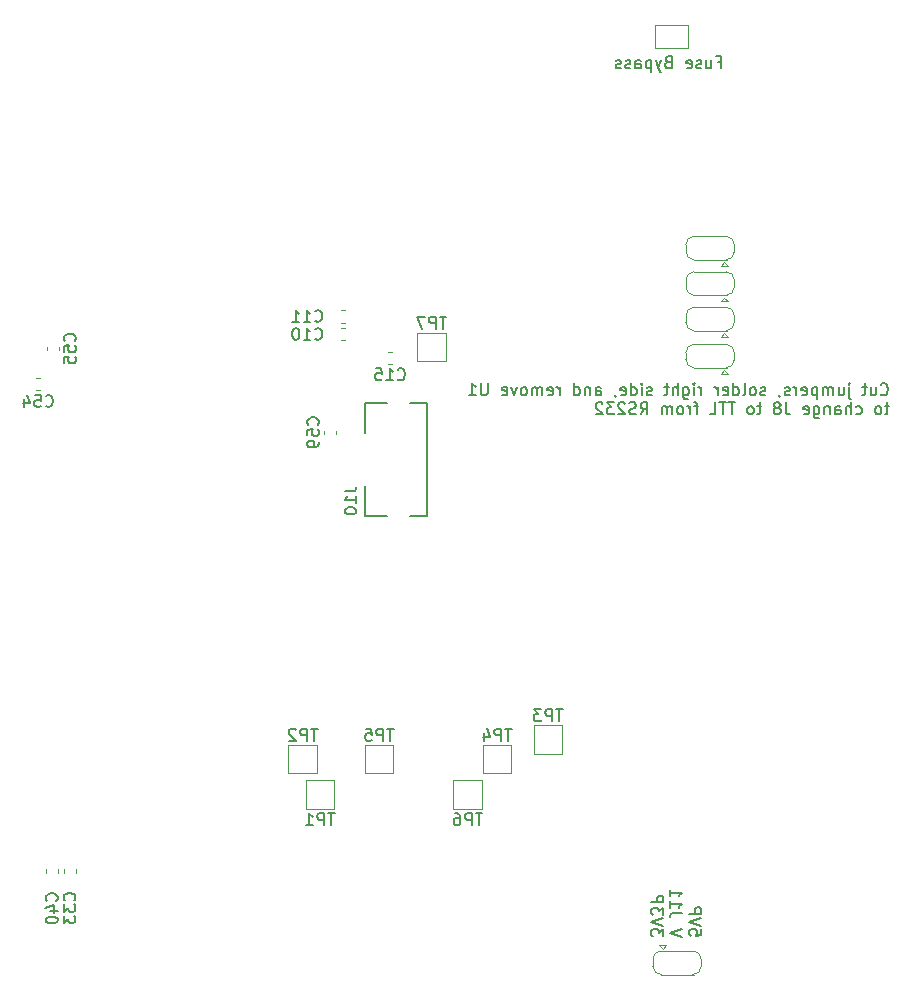
<source format=gbr>
%TF.GenerationSoftware,KiCad,Pcbnew,9.0.0-1.fc41*%
%TF.CreationDate,2025-03-05T15:22:43-08:00*%
%TF.ProjectId,hw_alpha,68775f61-6c70-4686-912e-6b696361645f,rev?*%
%TF.SameCoordinates,Original*%
%TF.FileFunction,Legend,Bot*%
%TF.FilePolarity,Positive*%
%FSLAX46Y46*%
G04 Gerber Fmt 4.6, Leading zero omitted, Abs format (unit mm)*
G04 Created by KiCad (PCBNEW 9.0.0-1.fc41) date 2025-03-05 15:22:43*
%MOMM*%
%LPD*%
G01*
G04 APERTURE LIST*
%ADD10C,0.150000*%
%ADD11C,0.120000*%
%ADD12C,0.152400*%
G04 APERTURE END LIST*
D10*
X117229887Y-41346009D02*
X117563220Y-41346009D01*
X117563220Y-41869819D02*
X117563220Y-40869819D01*
X117563220Y-40869819D02*
X117087030Y-40869819D01*
X116277506Y-41203152D02*
X116277506Y-41869819D01*
X116706077Y-41203152D02*
X116706077Y-41726961D01*
X116706077Y-41726961D02*
X116658458Y-41822200D01*
X116658458Y-41822200D02*
X116563220Y-41869819D01*
X116563220Y-41869819D02*
X116420363Y-41869819D01*
X116420363Y-41869819D02*
X116325125Y-41822200D01*
X116325125Y-41822200D02*
X116277506Y-41774580D01*
X115848934Y-41822200D02*
X115753696Y-41869819D01*
X115753696Y-41869819D02*
X115563220Y-41869819D01*
X115563220Y-41869819D02*
X115467982Y-41822200D01*
X115467982Y-41822200D02*
X115420363Y-41726961D01*
X115420363Y-41726961D02*
X115420363Y-41679342D01*
X115420363Y-41679342D02*
X115467982Y-41584104D01*
X115467982Y-41584104D02*
X115563220Y-41536485D01*
X115563220Y-41536485D02*
X115706077Y-41536485D01*
X115706077Y-41536485D02*
X115801315Y-41488866D01*
X115801315Y-41488866D02*
X115848934Y-41393628D01*
X115848934Y-41393628D02*
X115848934Y-41346009D01*
X115848934Y-41346009D02*
X115801315Y-41250771D01*
X115801315Y-41250771D02*
X115706077Y-41203152D01*
X115706077Y-41203152D02*
X115563220Y-41203152D01*
X115563220Y-41203152D02*
X115467982Y-41250771D01*
X114610839Y-41822200D02*
X114706077Y-41869819D01*
X114706077Y-41869819D02*
X114896553Y-41869819D01*
X114896553Y-41869819D02*
X114991791Y-41822200D01*
X114991791Y-41822200D02*
X115039410Y-41726961D01*
X115039410Y-41726961D02*
X115039410Y-41346009D01*
X115039410Y-41346009D02*
X114991791Y-41250771D01*
X114991791Y-41250771D02*
X114896553Y-41203152D01*
X114896553Y-41203152D02*
X114706077Y-41203152D01*
X114706077Y-41203152D02*
X114610839Y-41250771D01*
X114610839Y-41250771D02*
X114563220Y-41346009D01*
X114563220Y-41346009D02*
X114563220Y-41441247D01*
X114563220Y-41441247D02*
X115039410Y-41536485D01*
X113039410Y-41346009D02*
X112896553Y-41393628D01*
X112896553Y-41393628D02*
X112848934Y-41441247D01*
X112848934Y-41441247D02*
X112801315Y-41536485D01*
X112801315Y-41536485D02*
X112801315Y-41679342D01*
X112801315Y-41679342D02*
X112848934Y-41774580D01*
X112848934Y-41774580D02*
X112896553Y-41822200D01*
X112896553Y-41822200D02*
X112991791Y-41869819D01*
X112991791Y-41869819D02*
X113372743Y-41869819D01*
X113372743Y-41869819D02*
X113372743Y-40869819D01*
X113372743Y-40869819D02*
X113039410Y-40869819D01*
X113039410Y-40869819D02*
X112944172Y-40917438D01*
X112944172Y-40917438D02*
X112896553Y-40965057D01*
X112896553Y-40965057D02*
X112848934Y-41060295D01*
X112848934Y-41060295D02*
X112848934Y-41155533D01*
X112848934Y-41155533D02*
X112896553Y-41250771D01*
X112896553Y-41250771D02*
X112944172Y-41298390D01*
X112944172Y-41298390D02*
X113039410Y-41346009D01*
X113039410Y-41346009D02*
X113372743Y-41346009D01*
X112467981Y-41203152D02*
X112229886Y-41869819D01*
X111991791Y-41203152D02*
X112229886Y-41869819D01*
X112229886Y-41869819D02*
X112325124Y-42107914D01*
X112325124Y-42107914D02*
X112372743Y-42155533D01*
X112372743Y-42155533D02*
X112467981Y-42203152D01*
X111610838Y-41203152D02*
X111610838Y-42203152D01*
X111610838Y-41250771D02*
X111515600Y-41203152D01*
X111515600Y-41203152D02*
X111325124Y-41203152D01*
X111325124Y-41203152D02*
X111229886Y-41250771D01*
X111229886Y-41250771D02*
X111182267Y-41298390D01*
X111182267Y-41298390D02*
X111134648Y-41393628D01*
X111134648Y-41393628D02*
X111134648Y-41679342D01*
X111134648Y-41679342D02*
X111182267Y-41774580D01*
X111182267Y-41774580D02*
X111229886Y-41822200D01*
X111229886Y-41822200D02*
X111325124Y-41869819D01*
X111325124Y-41869819D02*
X111515600Y-41869819D01*
X111515600Y-41869819D02*
X111610838Y-41822200D01*
X110277505Y-41869819D02*
X110277505Y-41346009D01*
X110277505Y-41346009D02*
X110325124Y-41250771D01*
X110325124Y-41250771D02*
X110420362Y-41203152D01*
X110420362Y-41203152D02*
X110610838Y-41203152D01*
X110610838Y-41203152D02*
X110706076Y-41250771D01*
X110277505Y-41822200D02*
X110372743Y-41869819D01*
X110372743Y-41869819D02*
X110610838Y-41869819D01*
X110610838Y-41869819D02*
X110706076Y-41822200D01*
X110706076Y-41822200D02*
X110753695Y-41726961D01*
X110753695Y-41726961D02*
X110753695Y-41631723D01*
X110753695Y-41631723D02*
X110706076Y-41536485D01*
X110706076Y-41536485D02*
X110610838Y-41488866D01*
X110610838Y-41488866D02*
X110372743Y-41488866D01*
X110372743Y-41488866D02*
X110277505Y-41441247D01*
X109848933Y-41822200D02*
X109753695Y-41869819D01*
X109753695Y-41869819D02*
X109563219Y-41869819D01*
X109563219Y-41869819D02*
X109467981Y-41822200D01*
X109467981Y-41822200D02*
X109420362Y-41726961D01*
X109420362Y-41726961D02*
X109420362Y-41679342D01*
X109420362Y-41679342D02*
X109467981Y-41584104D01*
X109467981Y-41584104D02*
X109563219Y-41536485D01*
X109563219Y-41536485D02*
X109706076Y-41536485D01*
X109706076Y-41536485D02*
X109801314Y-41488866D01*
X109801314Y-41488866D02*
X109848933Y-41393628D01*
X109848933Y-41393628D02*
X109848933Y-41346009D01*
X109848933Y-41346009D02*
X109801314Y-41250771D01*
X109801314Y-41250771D02*
X109706076Y-41203152D01*
X109706076Y-41203152D02*
X109563219Y-41203152D01*
X109563219Y-41203152D02*
X109467981Y-41250771D01*
X109039409Y-41822200D02*
X108944171Y-41869819D01*
X108944171Y-41869819D02*
X108753695Y-41869819D01*
X108753695Y-41869819D02*
X108658457Y-41822200D01*
X108658457Y-41822200D02*
X108610838Y-41726961D01*
X108610838Y-41726961D02*
X108610838Y-41679342D01*
X108610838Y-41679342D02*
X108658457Y-41584104D01*
X108658457Y-41584104D02*
X108753695Y-41536485D01*
X108753695Y-41536485D02*
X108896552Y-41536485D01*
X108896552Y-41536485D02*
X108991790Y-41488866D01*
X108991790Y-41488866D02*
X109039409Y-41393628D01*
X109039409Y-41393628D02*
X109039409Y-41346009D01*
X109039409Y-41346009D02*
X108991790Y-41250771D01*
X108991790Y-41250771D02*
X108896552Y-41203152D01*
X108896552Y-41203152D02*
X108753695Y-41203152D01*
X108753695Y-41203152D02*
X108658457Y-41250771D01*
X115850068Y-114787030D02*
X115850068Y-115263220D01*
X115850068Y-115263220D02*
X115373878Y-115310839D01*
X115373878Y-115310839D02*
X115421497Y-115263220D01*
X115421497Y-115263220D02*
X115469116Y-115167982D01*
X115469116Y-115167982D02*
X115469116Y-114929887D01*
X115469116Y-114929887D02*
X115421497Y-114834649D01*
X115421497Y-114834649D02*
X115373878Y-114787030D01*
X115373878Y-114787030D02*
X115278640Y-114739411D01*
X115278640Y-114739411D02*
X115040545Y-114739411D01*
X115040545Y-114739411D02*
X114945307Y-114787030D01*
X114945307Y-114787030D02*
X114897688Y-114834649D01*
X114897688Y-114834649D02*
X114850068Y-114929887D01*
X114850068Y-114929887D02*
X114850068Y-115167982D01*
X114850068Y-115167982D02*
X114897688Y-115263220D01*
X114897688Y-115263220D02*
X114945307Y-115310839D01*
X115850068Y-114453696D02*
X114850068Y-114120363D01*
X114850068Y-114120363D02*
X115850068Y-113787030D01*
X114850068Y-113453696D02*
X115850068Y-113453696D01*
X115850068Y-113453696D02*
X115850068Y-113072744D01*
X115850068Y-113072744D02*
X115802449Y-112977506D01*
X115802449Y-112977506D02*
X115754830Y-112929887D01*
X115754830Y-112929887D02*
X115659592Y-112882268D01*
X115659592Y-112882268D02*
X115516735Y-112882268D01*
X115516735Y-112882268D02*
X115421497Y-112929887D01*
X115421497Y-112929887D02*
X115373878Y-112977506D01*
X115373878Y-112977506D02*
X115326259Y-113072744D01*
X115326259Y-113072744D02*
X115326259Y-113453696D01*
X114240124Y-115406077D02*
X113240124Y-115072744D01*
X113240124Y-115072744D02*
X114240124Y-114739411D01*
X114240124Y-113358458D02*
X113525839Y-113358458D01*
X113525839Y-113358458D02*
X113382982Y-113406077D01*
X113382982Y-113406077D02*
X113287744Y-113501315D01*
X113287744Y-113501315D02*
X113240124Y-113644172D01*
X113240124Y-113644172D02*
X113240124Y-113739410D01*
X113240124Y-112358458D02*
X113240124Y-112929886D01*
X113240124Y-112644172D02*
X114240124Y-112644172D01*
X114240124Y-112644172D02*
X114097267Y-112739410D01*
X114097267Y-112739410D02*
X114002029Y-112834648D01*
X114002029Y-112834648D02*
X113954410Y-112929886D01*
X113240124Y-111406077D02*
X113240124Y-111977505D01*
X113240124Y-111691791D02*
X114240124Y-111691791D01*
X114240124Y-111691791D02*
X114097267Y-111787029D01*
X114097267Y-111787029D02*
X114002029Y-111882267D01*
X114002029Y-111882267D02*
X113954410Y-111977505D01*
X112630180Y-115358458D02*
X112630180Y-114739411D01*
X112630180Y-114739411D02*
X112249228Y-115072744D01*
X112249228Y-115072744D02*
X112249228Y-114929887D01*
X112249228Y-114929887D02*
X112201609Y-114834649D01*
X112201609Y-114834649D02*
X112153990Y-114787030D01*
X112153990Y-114787030D02*
X112058752Y-114739411D01*
X112058752Y-114739411D02*
X111820657Y-114739411D01*
X111820657Y-114739411D02*
X111725419Y-114787030D01*
X111725419Y-114787030D02*
X111677800Y-114834649D01*
X111677800Y-114834649D02*
X111630180Y-114929887D01*
X111630180Y-114929887D02*
X111630180Y-115215601D01*
X111630180Y-115215601D02*
X111677800Y-115310839D01*
X111677800Y-115310839D02*
X111725419Y-115358458D01*
X112630180Y-114453696D02*
X111630180Y-114120363D01*
X111630180Y-114120363D02*
X112630180Y-113787030D01*
X112630180Y-113548934D02*
X112630180Y-112929887D01*
X112630180Y-112929887D02*
X112249228Y-113263220D01*
X112249228Y-113263220D02*
X112249228Y-113120363D01*
X112249228Y-113120363D02*
X112201609Y-113025125D01*
X112201609Y-113025125D02*
X112153990Y-112977506D01*
X112153990Y-112977506D02*
X112058752Y-112929887D01*
X112058752Y-112929887D02*
X111820657Y-112929887D01*
X111820657Y-112929887D02*
X111725419Y-112977506D01*
X111725419Y-112977506D02*
X111677800Y-113025125D01*
X111677800Y-113025125D02*
X111630180Y-113120363D01*
X111630180Y-113120363D02*
X111630180Y-113406077D01*
X111630180Y-113406077D02*
X111677800Y-113501315D01*
X111677800Y-113501315D02*
X111725419Y-113548934D01*
X111630180Y-112501315D02*
X112630180Y-112501315D01*
X112630180Y-112501315D02*
X112630180Y-112120363D01*
X112630180Y-112120363D02*
X112582561Y-112025125D01*
X112582561Y-112025125D02*
X112534942Y-111977506D01*
X112534942Y-111977506D02*
X112439704Y-111929887D01*
X112439704Y-111929887D02*
X112296847Y-111929887D01*
X112296847Y-111929887D02*
X112201609Y-111977506D01*
X112201609Y-111977506D02*
X112153990Y-112025125D01*
X112153990Y-112025125D02*
X112106371Y-112120363D01*
X112106371Y-112120363D02*
X112106371Y-112501315D01*
X131041792Y-69464636D02*
X131089411Y-69512256D01*
X131089411Y-69512256D02*
X131232268Y-69559875D01*
X131232268Y-69559875D02*
X131327506Y-69559875D01*
X131327506Y-69559875D02*
X131470363Y-69512256D01*
X131470363Y-69512256D02*
X131565601Y-69417017D01*
X131565601Y-69417017D02*
X131613220Y-69321779D01*
X131613220Y-69321779D02*
X131660839Y-69131303D01*
X131660839Y-69131303D02*
X131660839Y-68988446D01*
X131660839Y-68988446D02*
X131613220Y-68797970D01*
X131613220Y-68797970D02*
X131565601Y-68702732D01*
X131565601Y-68702732D02*
X131470363Y-68607494D01*
X131470363Y-68607494D02*
X131327506Y-68559875D01*
X131327506Y-68559875D02*
X131232268Y-68559875D01*
X131232268Y-68559875D02*
X131089411Y-68607494D01*
X131089411Y-68607494D02*
X131041792Y-68655113D01*
X130184649Y-68893208D02*
X130184649Y-69559875D01*
X130613220Y-68893208D02*
X130613220Y-69417017D01*
X130613220Y-69417017D02*
X130565601Y-69512256D01*
X130565601Y-69512256D02*
X130470363Y-69559875D01*
X130470363Y-69559875D02*
X130327506Y-69559875D01*
X130327506Y-69559875D02*
X130232268Y-69512256D01*
X130232268Y-69512256D02*
X130184649Y-69464636D01*
X129851315Y-68893208D02*
X129470363Y-68893208D01*
X129708458Y-68559875D02*
X129708458Y-69417017D01*
X129708458Y-69417017D02*
X129660839Y-69512256D01*
X129660839Y-69512256D02*
X129565601Y-69559875D01*
X129565601Y-69559875D02*
X129470363Y-69559875D01*
X128375124Y-68893208D02*
X128375124Y-69750351D01*
X128375124Y-69750351D02*
X128422743Y-69845589D01*
X128422743Y-69845589D02*
X128517981Y-69893208D01*
X128517981Y-69893208D02*
X128565600Y-69893208D01*
X128375124Y-68559875D02*
X128422743Y-68607494D01*
X128422743Y-68607494D02*
X128375124Y-68655113D01*
X128375124Y-68655113D02*
X128327505Y-68607494D01*
X128327505Y-68607494D02*
X128375124Y-68559875D01*
X128375124Y-68559875D02*
X128375124Y-68655113D01*
X127470363Y-68893208D02*
X127470363Y-69559875D01*
X127898934Y-68893208D02*
X127898934Y-69417017D01*
X127898934Y-69417017D02*
X127851315Y-69512256D01*
X127851315Y-69512256D02*
X127756077Y-69559875D01*
X127756077Y-69559875D02*
X127613220Y-69559875D01*
X127613220Y-69559875D02*
X127517982Y-69512256D01*
X127517982Y-69512256D02*
X127470363Y-69464636D01*
X126994172Y-69559875D02*
X126994172Y-68893208D01*
X126994172Y-68988446D02*
X126946553Y-68940827D01*
X126946553Y-68940827D02*
X126851315Y-68893208D01*
X126851315Y-68893208D02*
X126708458Y-68893208D01*
X126708458Y-68893208D02*
X126613220Y-68940827D01*
X126613220Y-68940827D02*
X126565601Y-69036065D01*
X126565601Y-69036065D02*
X126565601Y-69559875D01*
X126565601Y-69036065D02*
X126517982Y-68940827D01*
X126517982Y-68940827D02*
X126422744Y-68893208D01*
X126422744Y-68893208D02*
X126279887Y-68893208D01*
X126279887Y-68893208D02*
X126184648Y-68940827D01*
X126184648Y-68940827D02*
X126137029Y-69036065D01*
X126137029Y-69036065D02*
X126137029Y-69559875D01*
X125660839Y-68893208D02*
X125660839Y-69893208D01*
X125660839Y-68940827D02*
X125565601Y-68893208D01*
X125565601Y-68893208D02*
X125375125Y-68893208D01*
X125375125Y-68893208D02*
X125279887Y-68940827D01*
X125279887Y-68940827D02*
X125232268Y-68988446D01*
X125232268Y-68988446D02*
X125184649Y-69083684D01*
X125184649Y-69083684D02*
X125184649Y-69369398D01*
X125184649Y-69369398D02*
X125232268Y-69464636D01*
X125232268Y-69464636D02*
X125279887Y-69512256D01*
X125279887Y-69512256D02*
X125375125Y-69559875D01*
X125375125Y-69559875D02*
X125565601Y-69559875D01*
X125565601Y-69559875D02*
X125660839Y-69512256D01*
X124375125Y-69512256D02*
X124470363Y-69559875D01*
X124470363Y-69559875D02*
X124660839Y-69559875D01*
X124660839Y-69559875D02*
X124756077Y-69512256D01*
X124756077Y-69512256D02*
X124803696Y-69417017D01*
X124803696Y-69417017D02*
X124803696Y-69036065D01*
X124803696Y-69036065D02*
X124756077Y-68940827D01*
X124756077Y-68940827D02*
X124660839Y-68893208D01*
X124660839Y-68893208D02*
X124470363Y-68893208D01*
X124470363Y-68893208D02*
X124375125Y-68940827D01*
X124375125Y-68940827D02*
X124327506Y-69036065D01*
X124327506Y-69036065D02*
X124327506Y-69131303D01*
X124327506Y-69131303D02*
X124803696Y-69226541D01*
X123898934Y-69559875D02*
X123898934Y-68893208D01*
X123898934Y-69083684D02*
X123851315Y-68988446D01*
X123851315Y-68988446D02*
X123803696Y-68940827D01*
X123803696Y-68940827D02*
X123708458Y-68893208D01*
X123708458Y-68893208D02*
X123613220Y-68893208D01*
X123327505Y-69512256D02*
X123232267Y-69559875D01*
X123232267Y-69559875D02*
X123041791Y-69559875D01*
X123041791Y-69559875D02*
X122946553Y-69512256D01*
X122946553Y-69512256D02*
X122898934Y-69417017D01*
X122898934Y-69417017D02*
X122898934Y-69369398D01*
X122898934Y-69369398D02*
X122946553Y-69274160D01*
X122946553Y-69274160D02*
X123041791Y-69226541D01*
X123041791Y-69226541D02*
X123184648Y-69226541D01*
X123184648Y-69226541D02*
X123279886Y-69178922D01*
X123279886Y-69178922D02*
X123327505Y-69083684D01*
X123327505Y-69083684D02*
X123327505Y-69036065D01*
X123327505Y-69036065D02*
X123279886Y-68940827D01*
X123279886Y-68940827D02*
X123184648Y-68893208D01*
X123184648Y-68893208D02*
X123041791Y-68893208D01*
X123041791Y-68893208D02*
X122946553Y-68940827D01*
X122422743Y-69512256D02*
X122422743Y-69559875D01*
X122422743Y-69559875D02*
X122470362Y-69655113D01*
X122470362Y-69655113D02*
X122517981Y-69702732D01*
X121279886Y-69512256D02*
X121184648Y-69559875D01*
X121184648Y-69559875D02*
X120994172Y-69559875D01*
X120994172Y-69559875D02*
X120898934Y-69512256D01*
X120898934Y-69512256D02*
X120851315Y-69417017D01*
X120851315Y-69417017D02*
X120851315Y-69369398D01*
X120851315Y-69369398D02*
X120898934Y-69274160D01*
X120898934Y-69274160D02*
X120994172Y-69226541D01*
X120994172Y-69226541D02*
X121137029Y-69226541D01*
X121137029Y-69226541D02*
X121232267Y-69178922D01*
X121232267Y-69178922D02*
X121279886Y-69083684D01*
X121279886Y-69083684D02*
X121279886Y-69036065D01*
X121279886Y-69036065D02*
X121232267Y-68940827D01*
X121232267Y-68940827D02*
X121137029Y-68893208D01*
X121137029Y-68893208D02*
X120994172Y-68893208D01*
X120994172Y-68893208D02*
X120898934Y-68940827D01*
X120279886Y-69559875D02*
X120375124Y-69512256D01*
X120375124Y-69512256D02*
X120422743Y-69464636D01*
X120422743Y-69464636D02*
X120470362Y-69369398D01*
X120470362Y-69369398D02*
X120470362Y-69083684D01*
X120470362Y-69083684D02*
X120422743Y-68988446D01*
X120422743Y-68988446D02*
X120375124Y-68940827D01*
X120375124Y-68940827D02*
X120279886Y-68893208D01*
X120279886Y-68893208D02*
X120137029Y-68893208D01*
X120137029Y-68893208D02*
X120041791Y-68940827D01*
X120041791Y-68940827D02*
X119994172Y-68988446D01*
X119994172Y-68988446D02*
X119946553Y-69083684D01*
X119946553Y-69083684D02*
X119946553Y-69369398D01*
X119946553Y-69369398D02*
X119994172Y-69464636D01*
X119994172Y-69464636D02*
X120041791Y-69512256D01*
X120041791Y-69512256D02*
X120137029Y-69559875D01*
X120137029Y-69559875D02*
X120279886Y-69559875D01*
X119375124Y-69559875D02*
X119470362Y-69512256D01*
X119470362Y-69512256D02*
X119517981Y-69417017D01*
X119517981Y-69417017D02*
X119517981Y-68559875D01*
X118565600Y-69559875D02*
X118565600Y-68559875D01*
X118565600Y-69512256D02*
X118660838Y-69559875D01*
X118660838Y-69559875D02*
X118851314Y-69559875D01*
X118851314Y-69559875D02*
X118946552Y-69512256D01*
X118946552Y-69512256D02*
X118994171Y-69464636D01*
X118994171Y-69464636D02*
X119041790Y-69369398D01*
X119041790Y-69369398D02*
X119041790Y-69083684D01*
X119041790Y-69083684D02*
X118994171Y-68988446D01*
X118994171Y-68988446D02*
X118946552Y-68940827D01*
X118946552Y-68940827D02*
X118851314Y-68893208D01*
X118851314Y-68893208D02*
X118660838Y-68893208D01*
X118660838Y-68893208D02*
X118565600Y-68940827D01*
X117708457Y-69512256D02*
X117803695Y-69559875D01*
X117803695Y-69559875D02*
X117994171Y-69559875D01*
X117994171Y-69559875D02*
X118089409Y-69512256D01*
X118089409Y-69512256D02*
X118137028Y-69417017D01*
X118137028Y-69417017D02*
X118137028Y-69036065D01*
X118137028Y-69036065D02*
X118089409Y-68940827D01*
X118089409Y-68940827D02*
X117994171Y-68893208D01*
X117994171Y-68893208D02*
X117803695Y-68893208D01*
X117803695Y-68893208D02*
X117708457Y-68940827D01*
X117708457Y-68940827D02*
X117660838Y-69036065D01*
X117660838Y-69036065D02*
X117660838Y-69131303D01*
X117660838Y-69131303D02*
X118137028Y-69226541D01*
X117232266Y-69559875D02*
X117232266Y-68893208D01*
X117232266Y-69083684D02*
X117184647Y-68988446D01*
X117184647Y-68988446D02*
X117137028Y-68940827D01*
X117137028Y-68940827D02*
X117041790Y-68893208D01*
X117041790Y-68893208D02*
X116946552Y-68893208D01*
X115851313Y-69559875D02*
X115851313Y-68893208D01*
X115851313Y-69083684D02*
X115803694Y-68988446D01*
X115803694Y-68988446D02*
X115756075Y-68940827D01*
X115756075Y-68940827D02*
X115660837Y-68893208D01*
X115660837Y-68893208D02*
X115565599Y-68893208D01*
X115232265Y-69559875D02*
X115232265Y-68893208D01*
X115232265Y-68559875D02*
X115279884Y-68607494D01*
X115279884Y-68607494D02*
X115232265Y-68655113D01*
X115232265Y-68655113D02*
X115184646Y-68607494D01*
X115184646Y-68607494D02*
X115232265Y-68559875D01*
X115232265Y-68559875D02*
X115232265Y-68655113D01*
X114327504Y-68893208D02*
X114327504Y-69702732D01*
X114327504Y-69702732D02*
X114375123Y-69797970D01*
X114375123Y-69797970D02*
X114422742Y-69845589D01*
X114422742Y-69845589D02*
X114517980Y-69893208D01*
X114517980Y-69893208D02*
X114660837Y-69893208D01*
X114660837Y-69893208D02*
X114756075Y-69845589D01*
X114327504Y-69512256D02*
X114422742Y-69559875D01*
X114422742Y-69559875D02*
X114613218Y-69559875D01*
X114613218Y-69559875D02*
X114708456Y-69512256D01*
X114708456Y-69512256D02*
X114756075Y-69464636D01*
X114756075Y-69464636D02*
X114803694Y-69369398D01*
X114803694Y-69369398D02*
X114803694Y-69083684D01*
X114803694Y-69083684D02*
X114756075Y-68988446D01*
X114756075Y-68988446D02*
X114708456Y-68940827D01*
X114708456Y-68940827D02*
X114613218Y-68893208D01*
X114613218Y-68893208D02*
X114422742Y-68893208D01*
X114422742Y-68893208D02*
X114327504Y-68940827D01*
X113851313Y-69559875D02*
X113851313Y-68559875D01*
X113422742Y-69559875D02*
X113422742Y-69036065D01*
X113422742Y-69036065D02*
X113470361Y-68940827D01*
X113470361Y-68940827D02*
X113565599Y-68893208D01*
X113565599Y-68893208D02*
X113708456Y-68893208D01*
X113708456Y-68893208D02*
X113803694Y-68940827D01*
X113803694Y-68940827D02*
X113851313Y-68988446D01*
X113089408Y-68893208D02*
X112708456Y-68893208D01*
X112946551Y-68559875D02*
X112946551Y-69417017D01*
X112946551Y-69417017D02*
X112898932Y-69512256D01*
X112898932Y-69512256D02*
X112803694Y-69559875D01*
X112803694Y-69559875D02*
X112708456Y-69559875D01*
X111660836Y-69512256D02*
X111565598Y-69559875D01*
X111565598Y-69559875D02*
X111375122Y-69559875D01*
X111375122Y-69559875D02*
X111279884Y-69512256D01*
X111279884Y-69512256D02*
X111232265Y-69417017D01*
X111232265Y-69417017D02*
X111232265Y-69369398D01*
X111232265Y-69369398D02*
X111279884Y-69274160D01*
X111279884Y-69274160D02*
X111375122Y-69226541D01*
X111375122Y-69226541D02*
X111517979Y-69226541D01*
X111517979Y-69226541D02*
X111613217Y-69178922D01*
X111613217Y-69178922D02*
X111660836Y-69083684D01*
X111660836Y-69083684D02*
X111660836Y-69036065D01*
X111660836Y-69036065D02*
X111613217Y-68940827D01*
X111613217Y-68940827D02*
X111517979Y-68893208D01*
X111517979Y-68893208D02*
X111375122Y-68893208D01*
X111375122Y-68893208D02*
X111279884Y-68940827D01*
X110803693Y-69559875D02*
X110803693Y-68893208D01*
X110803693Y-68559875D02*
X110851312Y-68607494D01*
X110851312Y-68607494D02*
X110803693Y-68655113D01*
X110803693Y-68655113D02*
X110756074Y-68607494D01*
X110756074Y-68607494D02*
X110803693Y-68559875D01*
X110803693Y-68559875D02*
X110803693Y-68655113D01*
X109898932Y-69559875D02*
X109898932Y-68559875D01*
X109898932Y-69512256D02*
X109994170Y-69559875D01*
X109994170Y-69559875D02*
X110184646Y-69559875D01*
X110184646Y-69559875D02*
X110279884Y-69512256D01*
X110279884Y-69512256D02*
X110327503Y-69464636D01*
X110327503Y-69464636D02*
X110375122Y-69369398D01*
X110375122Y-69369398D02*
X110375122Y-69083684D01*
X110375122Y-69083684D02*
X110327503Y-68988446D01*
X110327503Y-68988446D02*
X110279884Y-68940827D01*
X110279884Y-68940827D02*
X110184646Y-68893208D01*
X110184646Y-68893208D02*
X109994170Y-68893208D01*
X109994170Y-68893208D02*
X109898932Y-68940827D01*
X109041789Y-69512256D02*
X109137027Y-69559875D01*
X109137027Y-69559875D02*
X109327503Y-69559875D01*
X109327503Y-69559875D02*
X109422741Y-69512256D01*
X109422741Y-69512256D02*
X109470360Y-69417017D01*
X109470360Y-69417017D02*
X109470360Y-69036065D01*
X109470360Y-69036065D02*
X109422741Y-68940827D01*
X109422741Y-68940827D02*
X109327503Y-68893208D01*
X109327503Y-68893208D02*
X109137027Y-68893208D01*
X109137027Y-68893208D02*
X109041789Y-68940827D01*
X109041789Y-68940827D02*
X108994170Y-69036065D01*
X108994170Y-69036065D02*
X108994170Y-69131303D01*
X108994170Y-69131303D02*
X109470360Y-69226541D01*
X108517979Y-69512256D02*
X108517979Y-69559875D01*
X108517979Y-69559875D02*
X108565598Y-69655113D01*
X108565598Y-69655113D02*
X108613217Y-69702732D01*
X106898932Y-69559875D02*
X106898932Y-69036065D01*
X106898932Y-69036065D02*
X106946551Y-68940827D01*
X106946551Y-68940827D02*
X107041789Y-68893208D01*
X107041789Y-68893208D02*
X107232265Y-68893208D01*
X107232265Y-68893208D02*
X107327503Y-68940827D01*
X106898932Y-69512256D02*
X106994170Y-69559875D01*
X106994170Y-69559875D02*
X107232265Y-69559875D01*
X107232265Y-69559875D02*
X107327503Y-69512256D01*
X107327503Y-69512256D02*
X107375122Y-69417017D01*
X107375122Y-69417017D02*
X107375122Y-69321779D01*
X107375122Y-69321779D02*
X107327503Y-69226541D01*
X107327503Y-69226541D02*
X107232265Y-69178922D01*
X107232265Y-69178922D02*
X106994170Y-69178922D01*
X106994170Y-69178922D02*
X106898932Y-69131303D01*
X106422741Y-68893208D02*
X106422741Y-69559875D01*
X106422741Y-68988446D02*
X106375122Y-68940827D01*
X106375122Y-68940827D02*
X106279884Y-68893208D01*
X106279884Y-68893208D02*
X106137027Y-68893208D01*
X106137027Y-68893208D02*
X106041789Y-68940827D01*
X106041789Y-68940827D02*
X105994170Y-69036065D01*
X105994170Y-69036065D02*
X105994170Y-69559875D01*
X105089408Y-69559875D02*
X105089408Y-68559875D01*
X105089408Y-69512256D02*
X105184646Y-69559875D01*
X105184646Y-69559875D02*
X105375122Y-69559875D01*
X105375122Y-69559875D02*
X105470360Y-69512256D01*
X105470360Y-69512256D02*
X105517979Y-69464636D01*
X105517979Y-69464636D02*
X105565598Y-69369398D01*
X105565598Y-69369398D02*
X105565598Y-69083684D01*
X105565598Y-69083684D02*
X105517979Y-68988446D01*
X105517979Y-68988446D02*
X105470360Y-68940827D01*
X105470360Y-68940827D02*
X105375122Y-68893208D01*
X105375122Y-68893208D02*
X105184646Y-68893208D01*
X105184646Y-68893208D02*
X105089408Y-68940827D01*
X103851312Y-69559875D02*
X103851312Y-68893208D01*
X103851312Y-69083684D02*
X103803693Y-68988446D01*
X103803693Y-68988446D02*
X103756074Y-68940827D01*
X103756074Y-68940827D02*
X103660836Y-68893208D01*
X103660836Y-68893208D02*
X103565598Y-68893208D01*
X102851312Y-69512256D02*
X102946550Y-69559875D01*
X102946550Y-69559875D02*
X103137026Y-69559875D01*
X103137026Y-69559875D02*
X103232264Y-69512256D01*
X103232264Y-69512256D02*
X103279883Y-69417017D01*
X103279883Y-69417017D02*
X103279883Y-69036065D01*
X103279883Y-69036065D02*
X103232264Y-68940827D01*
X103232264Y-68940827D02*
X103137026Y-68893208D01*
X103137026Y-68893208D02*
X102946550Y-68893208D01*
X102946550Y-68893208D02*
X102851312Y-68940827D01*
X102851312Y-68940827D02*
X102803693Y-69036065D01*
X102803693Y-69036065D02*
X102803693Y-69131303D01*
X102803693Y-69131303D02*
X103279883Y-69226541D01*
X102375121Y-69559875D02*
X102375121Y-68893208D01*
X102375121Y-68988446D02*
X102327502Y-68940827D01*
X102327502Y-68940827D02*
X102232264Y-68893208D01*
X102232264Y-68893208D02*
X102089407Y-68893208D01*
X102089407Y-68893208D02*
X101994169Y-68940827D01*
X101994169Y-68940827D02*
X101946550Y-69036065D01*
X101946550Y-69036065D02*
X101946550Y-69559875D01*
X101946550Y-69036065D02*
X101898931Y-68940827D01*
X101898931Y-68940827D02*
X101803693Y-68893208D01*
X101803693Y-68893208D02*
X101660836Y-68893208D01*
X101660836Y-68893208D02*
X101565597Y-68940827D01*
X101565597Y-68940827D02*
X101517978Y-69036065D01*
X101517978Y-69036065D02*
X101517978Y-69559875D01*
X100898931Y-69559875D02*
X100994169Y-69512256D01*
X100994169Y-69512256D02*
X101041788Y-69464636D01*
X101041788Y-69464636D02*
X101089407Y-69369398D01*
X101089407Y-69369398D02*
X101089407Y-69083684D01*
X101089407Y-69083684D02*
X101041788Y-68988446D01*
X101041788Y-68988446D02*
X100994169Y-68940827D01*
X100994169Y-68940827D02*
X100898931Y-68893208D01*
X100898931Y-68893208D02*
X100756074Y-68893208D01*
X100756074Y-68893208D02*
X100660836Y-68940827D01*
X100660836Y-68940827D02*
X100613217Y-68988446D01*
X100613217Y-68988446D02*
X100565598Y-69083684D01*
X100565598Y-69083684D02*
X100565598Y-69369398D01*
X100565598Y-69369398D02*
X100613217Y-69464636D01*
X100613217Y-69464636D02*
X100660836Y-69512256D01*
X100660836Y-69512256D02*
X100756074Y-69559875D01*
X100756074Y-69559875D02*
X100898931Y-69559875D01*
X100232264Y-68893208D02*
X99994169Y-69559875D01*
X99994169Y-69559875D02*
X99756074Y-68893208D01*
X98994169Y-69512256D02*
X99089407Y-69559875D01*
X99089407Y-69559875D02*
X99279883Y-69559875D01*
X99279883Y-69559875D02*
X99375121Y-69512256D01*
X99375121Y-69512256D02*
X99422740Y-69417017D01*
X99422740Y-69417017D02*
X99422740Y-69036065D01*
X99422740Y-69036065D02*
X99375121Y-68940827D01*
X99375121Y-68940827D02*
X99279883Y-68893208D01*
X99279883Y-68893208D02*
X99089407Y-68893208D01*
X99089407Y-68893208D02*
X98994169Y-68940827D01*
X98994169Y-68940827D02*
X98946550Y-69036065D01*
X98946550Y-69036065D02*
X98946550Y-69131303D01*
X98946550Y-69131303D02*
X99422740Y-69226541D01*
X97756073Y-68559875D02*
X97756073Y-69369398D01*
X97756073Y-69369398D02*
X97708454Y-69464636D01*
X97708454Y-69464636D02*
X97660835Y-69512256D01*
X97660835Y-69512256D02*
X97565597Y-69559875D01*
X97565597Y-69559875D02*
X97375121Y-69559875D01*
X97375121Y-69559875D02*
X97279883Y-69512256D01*
X97279883Y-69512256D02*
X97232264Y-69464636D01*
X97232264Y-69464636D02*
X97184645Y-69369398D01*
X97184645Y-69369398D02*
X97184645Y-68559875D01*
X96184645Y-69559875D02*
X96756073Y-69559875D01*
X96470359Y-69559875D02*
X96470359Y-68559875D01*
X96470359Y-68559875D02*
X96565597Y-68702732D01*
X96565597Y-68702732D02*
X96660835Y-68797970D01*
X96660835Y-68797970D02*
X96756073Y-68845589D01*
X131756077Y-70503152D02*
X131375125Y-70503152D01*
X131613220Y-70169819D02*
X131613220Y-71026961D01*
X131613220Y-71026961D02*
X131565601Y-71122200D01*
X131565601Y-71122200D02*
X131470363Y-71169819D01*
X131470363Y-71169819D02*
X131375125Y-71169819D01*
X130898934Y-71169819D02*
X130994172Y-71122200D01*
X130994172Y-71122200D02*
X131041791Y-71074580D01*
X131041791Y-71074580D02*
X131089410Y-70979342D01*
X131089410Y-70979342D02*
X131089410Y-70693628D01*
X131089410Y-70693628D02*
X131041791Y-70598390D01*
X131041791Y-70598390D02*
X130994172Y-70550771D01*
X130994172Y-70550771D02*
X130898934Y-70503152D01*
X130898934Y-70503152D02*
X130756077Y-70503152D01*
X130756077Y-70503152D02*
X130660839Y-70550771D01*
X130660839Y-70550771D02*
X130613220Y-70598390D01*
X130613220Y-70598390D02*
X130565601Y-70693628D01*
X130565601Y-70693628D02*
X130565601Y-70979342D01*
X130565601Y-70979342D02*
X130613220Y-71074580D01*
X130613220Y-71074580D02*
X130660839Y-71122200D01*
X130660839Y-71122200D02*
X130756077Y-71169819D01*
X130756077Y-71169819D02*
X130898934Y-71169819D01*
X128946553Y-71122200D02*
X129041791Y-71169819D01*
X129041791Y-71169819D02*
X129232267Y-71169819D01*
X129232267Y-71169819D02*
X129327505Y-71122200D01*
X129327505Y-71122200D02*
X129375124Y-71074580D01*
X129375124Y-71074580D02*
X129422743Y-70979342D01*
X129422743Y-70979342D02*
X129422743Y-70693628D01*
X129422743Y-70693628D02*
X129375124Y-70598390D01*
X129375124Y-70598390D02*
X129327505Y-70550771D01*
X129327505Y-70550771D02*
X129232267Y-70503152D01*
X129232267Y-70503152D02*
X129041791Y-70503152D01*
X129041791Y-70503152D02*
X128946553Y-70550771D01*
X128517981Y-71169819D02*
X128517981Y-70169819D01*
X128089410Y-71169819D02*
X128089410Y-70646009D01*
X128089410Y-70646009D02*
X128137029Y-70550771D01*
X128137029Y-70550771D02*
X128232267Y-70503152D01*
X128232267Y-70503152D02*
X128375124Y-70503152D01*
X128375124Y-70503152D02*
X128470362Y-70550771D01*
X128470362Y-70550771D02*
X128517981Y-70598390D01*
X127184648Y-71169819D02*
X127184648Y-70646009D01*
X127184648Y-70646009D02*
X127232267Y-70550771D01*
X127232267Y-70550771D02*
X127327505Y-70503152D01*
X127327505Y-70503152D02*
X127517981Y-70503152D01*
X127517981Y-70503152D02*
X127613219Y-70550771D01*
X127184648Y-71122200D02*
X127279886Y-71169819D01*
X127279886Y-71169819D02*
X127517981Y-71169819D01*
X127517981Y-71169819D02*
X127613219Y-71122200D01*
X127613219Y-71122200D02*
X127660838Y-71026961D01*
X127660838Y-71026961D02*
X127660838Y-70931723D01*
X127660838Y-70931723D02*
X127613219Y-70836485D01*
X127613219Y-70836485D02*
X127517981Y-70788866D01*
X127517981Y-70788866D02*
X127279886Y-70788866D01*
X127279886Y-70788866D02*
X127184648Y-70741247D01*
X126708457Y-70503152D02*
X126708457Y-71169819D01*
X126708457Y-70598390D02*
X126660838Y-70550771D01*
X126660838Y-70550771D02*
X126565600Y-70503152D01*
X126565600Y-70503152D02*
X126422743Y-70503152D01*
X126422743Y-70503152D02*
X126327505Y-70550771D01*
X126327505Y-70550771D02*
X126279886Y-70646009D01*
X126279886Y-70646009D02*
X126279886Y-71169819D01*
X125375124Y-70503152D02*
X125375124Y-71312676D01*
X125375124Y-71312676D02*
X125422743Y-71407914D01*
X125422743Y-71407914D02*
X125470362Y-71455533D01*
X125470362Y-71455533D02*
X125565600Y-71503152D01*
X125565600Y-71503152D02*
X125708457Y-71503152D01*
X125708457Y-71503152D02*
X125803695Y-71455533D01*
X125375124Y-71122200D02*
X125470362Y-71169819D01*
X125470362Y-71169819D02*
X125660838Y-71169819D01*
X125660838Y-71169819D02*
X125756076Y-71122200D01*
X125756076Y-71122200D02*
X125803695Y-71074580D01*
X125803695Y-71074580D02*
X125851314Y-70979342D01*
X125851314Y-70979342D02*
X125851314Y-70693628D01*
X125851314Y-70693628D02*
X125803695Y-70598390D01*
X125803695Y-70598390D02*
X125756076Y-70550771D01*
X125756076Y-70550771D02*
X125660838Y-70503152D01*
X125660838Y-70503152D02*
X125470362Y-70503152D01*
X125470362Y-70503152D02*
X125375124Y-70550771D01*
X124517981Y-71122200D02*
X124613219Y-71169819D01*
X124613219Y-71169819D02*
X124803695Y-71169819D01*
X124803695Y-71169819D02*
X124898933Y-71122200D01*
X124898933Y-71122200D02*
X124946552Y-71026961D01*
X124946552Y-71026961D02*
X124946552Y-70646009D01*
X124946552Y-70646009D02*
X124898933Y-70550771D01*
X124898933Y-70550771D02*
X124803695Y-70503152D01*
X124803695Y-70503152D02*
X124613219Y-70503152D01*
X124613219Y-70503152D02*
X124517981Y-70550771D01*
X124517981Y-70550771D02*
X124470362Y-70646009D01*
X124470362Y-70646009D02*
X124470362Y-70741247D01*
X124470362Y-70741247D02*
X124946552Y-70836485D01*
X122994171Y-70169819D02*
X122994171Y-70884104D01*
X122994171Y-70884104D02*
X123041790Y-71026961D01*
X123041790Y-71026961D02*
X123137028Y-71122200D01*
X123137028Y-71122200D02*
X123279885Y-71169819D01*
X123279885Y-71169819D02*
X123375123Y-71169819D01*
X122375123Y-70598390D02*
X122470361Y-70550771D01*
X122470361Y-70550771D02*
X122517980Y-70503152D01*
X122517980Y-70503152D02*
X122565599Y-70407914D01*
X122565599Y-70407914D02*
X122565599Y-70360295D01*
X122565599Y-70360295D02*
X122517980Y-70265057D01*
X122517980Y-70265057D02*
X122470361Y-70217438D01*
X122470361Y-70217438D02*
X122375123Y-70169819D01*
X122375123Y-70169819D02*
X122184647Y-70169819D01*
X122184647Y-70169819D02*
X122089409Y-70217438D01*
X122089409Y-70217438D02*
X122041790Y-70265057D01*
X122041790Y-70265057D02*
X121994171Y-70360295D01*
X121994171Y-70360295D02*
X121994171Y-70407914D01*
X121994171Y-70407914D02*
X122041790Y-70503152D01*
X122041790Y-70503152D02*
X122089409Y-70550771D01*
X122089409Y-70550771D02*
X122184647Y-70598390D01*
X122184647Y-70598390D02*
X122375123Y-70598390D01*
X122375123Y-70598390D02*
X122470361Y-70646009D01*
X122470361Y-70646009D02*
X122517980Y-70693628D01*
X122517980Y-70693628D02*
X122565599Y-70788866D01*
X122565599Y-70788866D02*
X122565599Y-70979342D01*
X122565599Y-70979342D02*
X122517980Y-71074580D01*
X122517980Y-71074580D02*
X122470361Y-71122200D01*
X122470361Y-71122200D02*
X122375123Y-71169819D01*
X122375123Y-71169819D02*
X122184647Y-71169819D01*
X122184647Y-71169819D02*
X122089409Y-71122200D01*
X122089409Y-71122200D02*
X122041790Y-71074580D01*
X122041790Y-71074580D02*
X121994171Y-70979342D01*
X121994171Y-70979342D02*
X121994171Y-70788866D01*
X121994171Y-70788866D02*
X122041790Y-70693628D01*
X122041790Y-70693628D02*
X122089409Y-70646009D01*
X122089409Y-70646009D02*
X122184647Y-70598390D01*
X120946551Y-70503152D02*
X120565599Y-70503152D01*
X120803694Y-70169819D02*
X120803694Y-71026961D01*
X120803694Y-71026961D02*
X120756075Y-71122200D01*
X120756075Y-71122200D02*
X120660837Y-71169819D01*
X120660837Y-71169819D02*
X120565599Y-71169819D01*
X120089408Y-71169819D02*
X120184646Y-71122200D01*
X120184646Y-71122200D02*
X120232265Y-71074580D01*
X120232265Y-71074580D02*
X120279884Y-70979342D01*
X120279884Y-70979342D02*
X120279884Y-70693628D01*
X120279884Y-70693628D02*
X120232265Y-70598390D01*
X120232265Y-70598390D02*
X120184646Y-70550771D01*
X120184646Y-70550771D02*
X120089408Y-70503152D01*
X120089408Y-70503152D02*
X119946551Y-70503152D01*
X119946551Y-70503152D02*
X119851313Y-70550771D01*
X119851313Y-70550771D02*
X119803694Y-70598390D01*
X119803694Y-70598390D02*
X119756075Y-70693628D01*
X119756075Y-70693628D02*
X119756075Y-70979342D01*
X119756075Y-70979342D02*
X119803694Y-71074580D01*
X119803694Y-71074580D02*
X119851313Y-71122200D01*
X119851313Y-71122200D02*
X119946551Y-71169819D01*
X119946551Y-71169819D02*
X120089408Y-71169819D01*
X118708455Y-70169819D02*
X118137027Y-70169819D01*
X118422741Y-71169819D02*
X118422741Y-70169819D01*
X117946550Y-70169819D02*
X117375122Y-70169819D01*
X117660836Y-71169819D02*
X117660836Y-70169819D01*
X116565598Y-71169819D02*
X117041788Y-71169819D01*
X117041788Y-71169819D02*
X117041788Y-70169819D01*
X115613216Y-70503152D02*
X115232264Y-70503152D01*
X115470359Y-71169819D02*
X115470359Y-70312676D01*
X115470359Y-70312676D02*
X115422740Y-70217438D01*
X115422740Y-70217438D02*
X115327502Y-70169819D01*
X115327502Y-70169819D02*
X115232264Y-70169819D01*
X114898930Y-71169819D02*
X114898930Y-70503152D01*
X114898930Y-70693628D02*
X114851311Y-70598390D01*
X114851311Y-70598390D02*
X114803692Y-70550771D01*
X114803692Y-70550771D02*
X114708454Y-70503152D01*
X114708454Y-70503152D02*
X114613216Y-70503152D01*
X114137025Y-71169819D02*
X114232263Y-71122200D01*
X114232263Y-71122200D02*
X114279882Y-71074580D01*
X114279882Y-71074580D02*
X114327501Y-70979342D01*
X114327501Y-70979342D02*
X114327501Y-70693628D01*
X114327501Y-70693628D02*
X114279882Y-70598390D01*
X114279882Y-70598390D02*
X114232263Y-70550771D01*
X114232263Y-70550771D02*
X114137025Y-70503152D01*
X114137025Y-70503152D02*
X113994168Y-70503152D01*
X113994168Y-70503152D02*
X113898930Y-70550771D01*
X113898930Y-70550771D02*
X113851311Y-70598390D01*
X113851311Y-70598390D02*
X113803692Y-70693628D01*
X113803692Y-70693628D02*
X113803692Y-70979342D01*
X113803692Y-70979342D02*
X113851311Y-71074580D01*
X113851311Y-71074580D02*
X113898930Y-71122200D01*
X113898930Y-71122200D02*
X113994168Y-71169819D01*
X113994168Y-71169819D02*
X114137025Y-71169819D01*
X113375120Y-71169819D02*
X113375120Y-70503152D01*
X113375120Y-70598390D02*
X113327501Y-70550771D01*
X113327501Y-70550771D02*
X113232263Y-70503152D01*
X113232263Y-70503152D02*
X113089406Y-70503152D01*
X113089406Y-70503152D02*
X112994168Y-70550771D01*
X112994168Y-70550771D02*
X112946549Y-70646009D01*
X112946549Y-70646009D02*
X112946549Y-71169819D01*
X112946549Y-70646009D02*
X112898930Y-70550771D01*
X112898930Y-70550771D02*
X112803692Y-70503152D01*
X112803692Y-70503152D02*
X112660835Y-70503152D01*
X112660835Y-70503152D02*
X112565596Y-70550771D01*
X112565596Y-70550771D02*
X112517977Y-70646009D01*
X112517977Y-70646009D02*
X112517977Y-71169819D01*
X110708454Y-71169819D02*
X111041787Y-70693628D01*
X111279882Y-71169819D02*
X111279882Y-70169819D01*
X111279882Y-70169819D02*
X110898930Y-70169819D01*
X110898930Y-70169819D02*
X110803692Y-70217438D01*
X110803692Y-70217438D02*
X110756073Y-70265057D01*
X110756073Y-70265057D02*
X110708454Y-70360295D01*
X110708454Y-70360295D02*
X110708454Y-70503152D01*
X110708454Y-70503152D02*
X110756073Y-70598390D01*
X110756073Y-70598390D02*
X110803692Y-70646009D01*
X110803692Y-70646009D02*
X110898930Y-70693628D01*
X110898930Y-70693628D02*
X111279882Y-70693628D01*
X110327501Y-71122200D02*
X110184644Y-71169819D01*
X110184644Y-71169819D02*
X109946549Y-71169819D01*
X109946549Y-71169819D02*
X109851311Y-71122200D01*
X109851311Y-71122200D02*
X109803692Y-71074580D01*
X109803692Y-71074580D02*
X109756073Y-70979342D01*
X109756073Y-70979342D02*
X109756073Y-70884104D01*
X109756073Y-70884104D02*
X109803692Y-70788866D01*
X109803692Y-70788866D02*
X109851311Y-70741247D01*
X109851311Y-70741247D02*
X109946549Y-70693628D01*
X109946549Y-70693628D02*
X110137025Y-70646009D01*
X110137025Y-70646009D02*
X110232263Y-70598390D01*
X110232263Y-70598390D02*
X110279882Y-70550771D01*
X110279882Y-70550771D02*
X110327501Y-70455533D01*
X110327501Y-70455533D02*
X110327501Y-70360295D01*
X110327501Y-70360295D02*
X110279882Y-70265057D01*
X110279882Y-70265057D02*
X110232263Y-70217438D01*
X110232263Y-70217438D02*
X110137025Y-70169819D01*
X110137025Y-70169819D02*
X109898930Y-70169819D01*
X109898930Y-70169819D02*
X109756073Y-70217438D01*
X109375120Y-70265057D02*
X109327501Y-70217438D01*
X109327501Y-70217438D02*
X109232263Y-70169819D01*
X109232263Y-70169819D02*
X108994168Y-70169819D01*
X108994168Y-70169819D02*
X108898930Y-70217438D01*
X108898930Y-70217438D02*
X108851311Y-70265057D01*
X108851311Y-70265057D02*
X108803692Y-70360295D01*
X108803692Y-70360295D02*
X108803692Y-70455533D01*
X108803692Y-70455533D02*
X108851311Y-70598390D01*
X108851311Y-70598390D02*
X109422739Y-71169819D01*
X109422739Y-71169819D02*
X108803692Y-71169819D01*
X108470358Y-70169819D02*
X107851311Y-70169819D01*
X107851311Y-70169819D02*
X108184644Y-70550771D01*
X108184644Y-70550771D02*
X108041787Y-70550771D01*
X108041787Y-70550771D02*
X107946549Y-70598390D01*
X107946549Y-70598390D02*
X107898930Y-70646009D01*
X107898930Y-70646009D02*
X107851311Y-70741247D01*
X107851311Y-70741247D02*
X107851311Y-70979342D01*
X107851311Y-70979342D02*
X107898930Y-71074580D01*
X107898930Y-71074580D02*
X107946549Y-71122200D01*
X107946549Y-71122200D02*
X108041787Y-71169819D01*
X108041787Y-71169819D02*
X108327501Y-71169819D01*
X108327501Y-71169819D02*
X108422739Y-71122200D01*
X108422739Y-71122200D02*
X108470358Y-71074580D01*
X107470358Y-70265057D02*
X107422739Y-70217438D01*
X107422739Y-70217438D02*
X107327501Y-70169819D01*
X107327501Y-70169819D02*
X107089406Y-70169819D01*
X107089406Y-70169819D02*
X106994168Y-70217438D01*
X106994168Y-70217438D02*
X106946549Y-70265057D01*
X106946549Y-70265057D02*
X106898930Y-70360295D01*
X106898930Y-70360295D02*
X106898930Y-70455533D01*
X106898930Y-70455533D02*
X106946549Y-70598390D01*
X106946549Y-70598390D02*
X107517977Y-71169819D01*
X107517977Y-71169819D02*
X106898930Y-71169819D01*
X89811904Y-97806819D02*
X89240476Y-97806819D01*
X89526190Y-98806819D02*
X89526190Y-97806819D01*
X88907142Y-98806819D02*
X88907142Y-97806819D01*
X88907142Y-97806819D02*
X88526190Y-97806819D01*
X88526190Y-97806819D02*
X88430952Y-97854438D01*
X88430952Y-97854438D02*
X88383333Y-97902057D01*
X88383333Y-97902057D02*
X88335714Y-97997295D01*
X88335714Y-97997295D02*
X88335714Y-98140152D01*
X88335714Y-98140152D02*
X88383333Y-98235390D01*
X88383333Y-98235390D02*
X88430952Y-98283009D01*
X88430952Y-98283009D02*
X88526190Y-98330628D01*
X88526190Y-98330628D02*
X88907142Y-98330628D01*
X87430952Y-97806819D02*
X87907142Y-97806819D01*
X87907142Y-97806819D02*
X87954761Y-98283009D01*
X87954761Y-98283009D02*
X87907142Y-98235390D01*
X87907142Y-98235390D02*
X87811904Y-98187771D01*
X87811904Y-98187771D02*
X87573809Y-98187771D01*
X87573809Y-98187771D02*
X87478571Y-98235390D01*
X87478571Y-98235390D02*
X87430952Y-98283009D01*
X87430952Y-98283009D02*
X87383333Y-98378247D01*
X87383333Y-98378247D02*
X87383333Y-98616342D01*
X87383333Y-98616342D02*
X87430952Y-98711580D01*
X87430952Y-98711580D02*
X87478571Y-98759200D01*
X87478571Y-98759200D02*
X87573809Y-98806819D01*
X87573809Y-98806819D02*
X87811904Y-98806819D01*
X87811904Y-98806819D02*
X87907142Y-98759200D01*
X87907142Y-98759200D02*
X87954761Y-98711580D01*
X99811904Y-97806819D02*
X99240476Y-97806819D01*
X99526190Y-98806819D02*
X99526190Y-97806819D01*
X98907142Y-98806819D02*
X98907142Y-97806819D01*
X98907142Y-97806819D02*
X98526190Y-97806819D01*
X98526190Y-97806819D02*
X98430952Y-97854438D01*
X98430952Y-97854438D02*
X98383333Y-97902057D01*
X98383333Y-97902057D02*
X98335714Y-97997295D01*
X98335714Y-97997295D02*
X98335714Y-98140152D01*
X98335714Y-98140152D02*
X98383333Y-98235390D01*
X98383333Y-98235390D02*
X98430952Y-98283009D01*
X98430952Y-98283009D02*
X98526190Y-98330628D01*
X98526190Y-98330628D02*
X98907142Y-98330628D01*
X97478571Y-98140152D02*
X97478571Y-98806819D01*
X97716666Y-97759200D02*
X97954761Y-98473485D01*
X97954761Y-98473485D02*
X97335714Y-98473485D01*
X83142857Y-63259580D02*
X83190476Y-63307200D01*
X83190476Y-63307200D02*
X83333333Y-63354819D01*
X83333333Y-63354819D02*
X83428571Y-63354819D01*
X83428571Y-63354819D02*
X83571428Y-63307200D01*
X83571428Y-63307200D02*
X83666666Y-63211961D01*
X83666666Y-63211961D02*
X83714285Y-63116723D01*
X83714285Y-63116723D02*
X83761904Y-62926247D01*
X83761904Y-62926247D02*
X83761904Y-62783390D01*
X83761904Y-62783390D02*
X83714285Y-62592914D01*
X83714285Y-62592914D02*
X83666666Y-62497676D01*
X83666666Y-62497676D02*
X83571428Y-62402438D01*
X83571428Y-62402438D02*
X83428571Y-62354819D01*
X83428571Y-62354819D02*
X83333333Y-62354819D01*
X83333333Y-62354819D02*
X83190476Y-62402438D01*
X83190476Y-62402438D02*
X83142857Y-62450057D01*
X82190476Y-63354819D02*
X82761904Y-63354819D01*
X82476190Y-63354819D02*
X82476190Y-62354819D01*
X82476190Y-62354819D02*
X82571428Y-62497676D01*
X82571428Y-62497676D02*
X82666666Y-62592914D01*
X82666666Y-62592914D02*
X82761904Y-62640533D01*
X81238095Y-63354819D02*
X81809523Y-63354819D01*
X81523809Y-63354819D02*
X81523809Y-62354819D01*
X81523809Y-62354819D02*
X81619047Y-62497676D01*
X81619047Y-62497676D02*
X81714285Y-62592914D01*
X81714285Y-62592914D02*
X81809523Y-62640533D01*
X83142857Y-64769580D02*
X83190476Y-64817200D01*
X83190476Y-64817200D02*
X83333333Y-64864819D01*
X83333333Y-64864819D02*
X83428571Y-64864819D01*
X83428571Y-64864819D02*
X83571428Y-64817200D01*
X83571428Y-64817200D02*
X83666666Y-64721961D01*
X83666666Y-64721961D02*
X83714285Y-64626723D01*
X83714285Y-64626723D02*
X83761904Y-64436247D01*
X83761904Y-64436247D02*
X83761904Y-64293390D01*
X83761904Y-64293390D02*
X83714285Y-64102914D01*
X83714285Y-64102914D02*
X83666666Y-64007676D01*
X83666666Y-64007676D02*
X83571428Y-63912438D01*
X83571428Y-63912438D02*
X83428571Y-63864819D01*
X83428571Y-63864819D02*
X83333333Y-63864819D01*
X83333333Y-63864819D02*
X83190476Y-63912438D01*
X83190476Y-63912438D02*
X83142857Y-63960057D01*
X82190476Y-64864819D02*
X82761904Y-64864819D01*
X82476190Y-64864819D02*
X82476190Y-63864819D01*
X82476190Y-63864819D02*
X82571428Y-64007676D01*
X82571428Y-64007676D02*
X82666666Y-64102914D01*
X82666666Y-64102914D02*
X82761904Y-64150533D01*
X81571428Y-63864819D02*
X81476190Y-63864819D01*
X81476190Y-63864819D02*
X81380952Y-63912438D01*
X81380952Y-63912438D02*
X81333333Y-63960057D01*
X81333333Y-63960057D02*
X81285714Y-64055295D01*
X81285714Y-64055295D02*
X81238095Y-64245771D01*
X81238095Y-64245771D02*
X81238095Y-64483866D01*
X81238095Y-64483866D02*
X81285714Y-64674342D01*
X81285714Y-64674342D02*
X81333333Y-64769580D01*
X81333333Y-64769580D02*
X81380952Y-64817200D01*
X81380952Y-64817200D02*
X81476190Y-64864819D01*
X81476190Y-64864819D02*
X81571428Y-64864819D01*
X81571428Y-64864819D02*
X81666666Y-64817200D01*
X81666666Y-64817200D02*
X81714285Y-64769580D01*
X81714285Y-64769580D02*
X81761904Y-64674342D01*
X81761904Y-64674342D02*
X81809523Y-64483866D01*
X81809523Y-64483866D02*
X81809523Y-64245771D01*
X81809523Y-64245771D02*
X81761904Y-64055295D01*
X81761904Y-64055295D02*
X81714285Y-63960057D01*
X81714285Y-63960057D02*
X81666666Y-63912438D01*
X81666666Y-63912438D02*
X81571428Y-63864819D01*
X60342857Y-70459580D02*
X60390476Y-70507200D01*
X60390476Y-70507200D02*
X60533333Y-70554819D01*
X60533333Y-70554819D02*
X60628571Y-70554819D01*
X60628571Y-70554819D02*
X60771428Y-70507200D01*
X60771428Y-70507200D02*
X60866666Y-70411961D01*
X60866666Y-70411961D02*
X60914285Y-70316723D01*
X60914285Y-70316723D02*
X60961904Y-70126247D01*
X60961904Y-70126247D02*
X60961904Y-69983390D01*
X60961904Y-69983390D02*
X60914285Y-69792914D01*
X60914285Y-69792914D02*
X60866666Y-69697676D01*
X60866666Y-69697676D02*
X60771428Y-69602438D01*
X60771428Y-69602438D02*
X60628571Y-69554819D01*
X60628571Y-69554819D02*
X60533333Y-69554819D01*
X60533333Y-69554819D02*
X60390476Y-69602438D01*
X60390476Y-69602438D02*
X60342857Y-69650057D01*
X59438095Y-69554819D02*
X59914285Y-69554819D01*
X59914285Y-69554819D02*
X59961904Y-70031009D01*
X59961904Y-70031009D02*
X59914285Y-69983390D01*
X59914285Y-69983390D02*
X59819047Y-69935771D01*
X59819047Y-69935771D02*
X59580952Y-69935771D01*
X59580952Y-69935771D02*
X59485714Y-69983390D01*
X59485714Y-69983390D02*
X59438095Y-70031009D01*
X59438095Y-70031009D02*
X59390476Y-70126247D01*
X59390476Y-70126247D02*
X59390476Y-70364342D01*
X59390476Y-70364342D02*
X59438095Y-70459580D01*
X59438095Y-70459580D02*
X59485714Y-70507200D01*
X59485714Y-70507200D02*
X59580952Y-70554819D01*
X59580952Y-70554819D02*
X59819047Y-70554819D01*
X59819047Y-70554819D02*
X59914285Y-70507200D01*
X59914285Y-70507200D02*
X59961904Y-70459580D01*
X58533333Y-69888152D02*
X58533333Y-70554819D01*
X58771428Y-69507200D02*
X59009523Y-70221485D01*
X59009523Y-70221485D02*
X58390476Y-70221485D01*
X62789580Y-64957142D02*
X62837200Y-64909523D01*
X62837200Y-64909523D02*
X62884819Y-64766666D01*
X62884819Y-64766666D02*
X62884819Y-64671428D01*
X62884819Y-64671428D02*
X62837200Y-64528571D01*
X62837200Y-64528571D02*
X62741961Y-64433333D01*
X62741961Y-64433333D02*
X62646723Y-64385714D01*
X62646723Y-64385714D02*
X62456247Y-64338095D01*
X62456247Y-64338095D02*
X62313390Y-64338095D01*
X62313390Y-64338095D02*
X62122914Y-64385714D01*
X62122914Y-64385714D02*
X62027676Y-64433333D01*
X62027676Y-64433333D02*
X61932438Y-64528571D01*
X61932438Y-64528571D02*
X61884819Y-64671428D01*
X61884819Y-64671428D02*
X61884819Y-64766666D01*
X61884819Y-64766666D02*
X61932438Y-64909523D01*
X61932438Y-64909523D02*
X61980057Y-64957142D01*
X61884819Y-65861904D02*
X61884819Y-65385714D01*
X61884819Y-65385714D02*
X62361009Y-65338095D01*
X62361009Y-65338095D02*
X62313390Y-65385714D01*
X62313390Y-65385714D02*
X62265771Y-65480952D01*
X62265771Y-65480952D02*
X62265771Y-65719047D01*
X62265771Y-65719047D02*
X62313390Y-65814285D01*
X62313390Y-65814285D02*
X62361009Y-65861904D01*
X62361009Y-65861904D02*
X62456247Y-65909523D01*
X62456247Y-65909523D02*
X62694342Y-65909523D01*
X62694342Y-65909523D02*
X62789580Y-65861904D01*
X62789580Y-65861904D02*
X62837200Y-65814285D01*
X62837200Y-65814285D02*
X62884819Y-65719047D01*
X62884819Y-65719047D02*
X62884819Y-65480952D01*
X62884819Y-65480952D02*
X62837200Y-65385714D01*
X62837200Y-65385714D02*
X62789580Y-65338095D01*
X61884819Y-66814285D02*
X61884819Y-66338095D01*
X61884819Y-66338095D02*
X62361009Y-66290476D01*
X62361009Y-66290476D02*
X62313390Y-66338095D01*
X62313390Y-66338095D02*
X62265771Y-66433333D01*
X62265771Y-66433333D02*
X62265771Y-66671428D01*
X62265771Y-66671428D02*
X62313390Y-66766666D01*
X62313390Y-66766666D02*
X62361009Y-66814285D01*
X62361009Y-66814285D02*
X62456247Y-66861904D01*
X62456247Y-66861904D02*
X62694342Y-66861904D01*
X62694342Y-66861904D02*
X62789580Y-66814285D01*
X62789580Y-66814285D02*
X62837200Y-66766666D01*
X62837200Y-66766666D02*
X62884819Y-66671428D01*
X62884819Y-66671428D02*
X62884819Y-66433333D01*
X62884819Y-66433333D02*
X62837200Y-66338095D01*
X62837200Y-66338095D02*
X62789580Y-66290476D01*
X94261904Y-62906819D02*
X93690476Y-62906819D01*
X93976190Y-63906819D02*
X93976190Y-62906819D01*
X93357142Y-63906819D02*
X93357142Y-62906819D01*
X93357142Y-62906819D02*
X92976190Y-62906819D01*
X92976190Y-62906819D02*
X92880952Y-62954438D01*
X92880952Y-62954438D02*
X92833333Y-63002057D01*
X92833333Y-63002057D02*
X92785714Y-63097295D01*
X92785714Y-63097295D02*
X92785714Y-63240152D01*
X92785714Y-63240152D02*
X92833333Y-63335390D01*
X92833333Y-63335390D02*
X92880952Y-63383009D01*
X92880952Y-63383009D02*
X92976190Y-63430628D01*
X92976190Y-63430628D02*
X93357142Y-63430628D01*
X92452380Y-62906819D02*
X91785714Y-62906819D01*
X91785714Y-62906819D02*
X92214285Y-63906819D01*
X90142857Y-68189580D02*
X90190476Y-68237200D01*
X90190476Y-68237200D02*
X90333333Y-68284819D01*
X90333333Y-68284819D02*
X90428571Y-68284819D01*
X90428571Y-68284819D02*
X90571428Y-68237200D01*
X90571428Y-68237200D02*
X90666666Y-68141961D01*
X90666666Y-68141961D02*
X90714285Y-68046723D01*
X90714285Y-68046723D02*
X90761904Y-67856247D01*
X90761904Y-67856247D02*
X90761904Y-67713390D01*
X90761904Y-67713390D02*
X90714285Y-67522914D01*
X90714285Y-67522914D02*
X90666666Y-67427676D01*
X90666666Y-67427676D02*
X90571428Y-67332438D01*
X90571428Y-67332438D02*
X90428571Y-67284819D01*
X90428571Y-67284819D02*
X90333333Y-67284819D01*
X90333333Y-67284819D02*
X90190476Y-67332438D01*
X90190476Y-67332438D02*
X90142857Y-67380057D01*
X89190476Y-68284819D02*
X89761904Y-68284819D01*
X89476190Y-68284819D02*
X89476190Y-67284819D01*
X89476190Y-67284819D02*
X89571428Y-67427676D01*
X89571428Y-67427676D02*
X89666666Y-67522914D01*
X89666666Y-67522914D02*
X89761904Y-67570533D01*
X88285714Y-67284819D02*
X88761904Y-67284819D01*
X88761904Y-67284819D02*
X88809523Y-67761009D01*
X88809523Y-67761009D02*
X88761904Y-67713390D01*
X88761904Y-67713390D02*
X88666666Y-67665771D01*
X88666666Y-67665771D02*
X88428571Y-67665771D01*
X88428571Y-67665771D02*
X88333333Y-67713390D01*
X88333333Y-67713390D02*
X88285714Y-67761009D01*
X88285714Y-67761009D02*
X88238095Y-67856247D01*
X88238095Y-67856247D02*
X88238095Y-68094342D01*
X88238095Y-68094342D02*
X88285714Y-68189580D01*
X88285714Y-68189580D02*
X88333333Y-68237200D01*
X88333333Y-68237200D02*
X88428571Y-68284819D01*
X88428571Y-68284819D02*
X88666666Y-68284819D01*
X88666666Y-68284819D02*
X88761904Y-68237200D01*
X88761904Y-68237200D02*
X88809523Y-68189580D01*
X83379580Y-72057142D02*
X83427200Y-72009523D01*
X83427200Y-72009523D02*
X83474819Y-71866666D01*
X83474819Y-71866666D02*
X83474819Y-71771428D01*
X83474819Y-71771428D02*
X83427200Y-71628571D01*
X83427200Y-71628571D02*
X83331961Y-71533333D01*
X83331961Y-71533333D02*
X83236723Y-71485714D01*
X83236723Y-71485714D02*
X83046247Y-71438095D01*
X83046247Y-71438095D02*
X82903390Y-71438095D01*
X82903390Y-71438095D02*
X82712914Y-71485714D01*
X82712914Y-71485714D02*
X82617676Y-71533333D01*
X82617676Y-71533333D02*
X82522438Y-71628571D01*
X82522438Y-71628571D02*
X82474819Y-71771428D01*
X82474819Y-71771428D02*
X82474819Y-71866666D01*
X82474819Y-71866666D02*
X82522438Y-72009523D01*
X82522438Y-72009523D02*
X82570057Y-72057142D01*
X82474819Y-72961904D02*
X82474819Y-72485714D01*
X82474819Y-72485714D02*
X82951009Y-72438095D01*
X82951009Y-72438095D02*
X82903390Y-72485714D01*
X82903390Y-72485714D02*
X82855771Y-72580952D01*
X82855771Y-72580952D02*
X82855771Y-72819047D01*
X82855771Y-72819047D02*
X82903390Y-72914285D01*
X82903390Y-72914285D02*
X82951009Y-72961904D01*
X82951009Y-72961904D02*
X83046247Y-73009523D01*
X83046247Y-73009523D02*
X83284342Y-73009523D01*
X83284342Y-73009523D02*
X83379580Y-72961904D01*
X83379580Y-72961904D02*
X83427200Y-72914285D01*
X83427200Y-72914285D02*
X83474819Y-72819047D01*
X83474819Y-72819047D02*
X83474819Y-72580952D01*
X83474819Y-72580952D02*
X83427200Y-72485714D01*
X83427200Y-72485714D02*
X83379580Y-72438095D01*
X83474819Y-73485714D02*
X83474819Y-73676190D01*
X83474819Y-73676190D02*
X83427200Y-73771428D01*
X83427200Y-73771428D02*
X83379580Y-73819047D01*
X83379580Y-73819047D02*
X83236723Y-73914285D01*
X83236723Y-73914285D02*
X83046247Y-73961904D01*
X83046247Y-73961904D02*
X82665295Y-73961904D01*
X82665295Y-73961904D02*
X82570057Y-73914285D01*
X82570057Y-73914285D02*
X82522438Y-73866666D01*
X82522438Y-73866666D02*
X82474819Y-73771428D01*
X82474819Y-73771428D02*
X82474819Y-73580952D01*
X82474819Y-73580952D02*
X82522438Y-73485714D01*
X82522438Y-73485714D02*
X82570057Y-73438095D01*
X82570057Y-73438095D02*
X82665295Y-73390476D01*
X82665295Y-73390476D02*
X82903390Y-73390476D01*
X82903390Y-73390476D02*
X82998628Y-73438095D01*
X82998628Y-73438095D02*
X83046247Y-73485714D01*
X83046247Y-73485714D02*
X83093866Y-73580952D01*
X83093866Y-73580952D02*
X83093866Y-73771428D01*
X83093866Y-73771428D02*
X83046247Y-73866666D01*
X83046247Y-73866666D02*
X82998628Y-73914285D01*
X82998628Y-73914285D02*
X82903390Y-73961904D01*
X62759580Y-112332142D02*
X62807200Y-112284523D01*
X62807200Y-112284523D02*
X62854819Y-112141666D01*
X62854819Y-112141666D02*
X62854819Y-112046428D01*
X62854819Y-112046428D02*
X62807200Y-111903571D01*
X62807200Y-111903571D02*
X62711961Y-111808333D01*
X62711961Y-111808333D02*
X62616723Y-111760714D01*
X62616723Y-111760714D02*
X62426247Y-111713095D01*
X62426247Y-111713095D02*
X62283390Y-111713095D01*
X62283390Y-111713095D02*
X62092914Y-111760714D01*
X62092914Y-111760714D02*
X61997676Y-111808333D01*
X61997676Y-111808333D02*
X61902438Y-111903571D01*
X61902438Y-111903571D02*
X61854819Y-112046428D01*
X61854819Y-112046428D02*
X61854819Y-112141666D01*
X61854819Y-112141666D02*
X61902438Y-112284523D01*
X61902438Y-112284523D02*
X61950057Y-112332142D01*
X61854819Y-112665476D02*
X61854819Y-113284523D01*
X61854819Y-113284523D02*
X62235771Y-112951190D01*
X62235771Y-112951190D02*
X62235771Y-113094047D01*
X62235771Y-113094047D02*
X62283390Y-113189285D01*
X62283390Y-113189285D02*
X62331009Y-113236904D01*
X62331009Y-113236904D02*
X62426247Y-113284523D01*
X62426247Y-113284523D02*
X62664342Y-113284523D01*
X62664342Y-113284523D02*
X62759580Y-113236904D01*
X62759580Y-113236904D02*
X62807200Y-113189285D01*
X62807200Y-113189285D02*
X62854819Y-113094047D01*
X62854819Y-113094047D02*
X62854819Y-112808333D01*
X62854819Y-112808333D02*
X62807200Y-112713095D01*
X62807200Y-112713095D02*
X62759580Y-112665476D01*
X61854819Y-113617857D02*
X61854819Y-114236904D01*
X61854819Y-114236904D02*
X62235771Y-113903571D01*
X62235771Y-113903571D02*
X62235771Y-114046428D01*
X62235771Y-114046428D02*
X62283390Y-114141666D01*
X62283390Y-114141666D02*
X62331009Y-114189285D01*
X62331009Y-114189285D02*
X62426247Y-114236904D01*
X62426247Y-114236904D02*
X62664342Y-114236904D01*
X62664342Y-114236904D02*
X62759580Y-114189285D01*
X62759580Y-114189285D02*
X62807200Y-114141666D01*
X62807200Y-114141666D02*
X62854819Y-114046428D01*
X62854819Y-114046428D02*
X62854819Y-113760714D01*
X62854819Y-113760714D02*
X62807200Y-113665476D01*
X62807200Y-113665476D02*
X62759580Y-113617857D01*
X84811904Y-104954819D02*
X84240476Y-104954819D01*
X84526190Y-105954819D02*
X84526190Y-104954819D01*
X83907142Y-105954819D02*
X83907142Y-104954819D01*
X83907142Y-104954819D02*
X83526190Y-104954819D01*
X83526190Y-104954819D02*
X83430952Y-105002438D01*
X83430952Y-105002438D02*
X83383333Y-105050057D01*
X83383333Y-105050057D02*
X83335714Y-105145295D01*
X83335714Y-105145295D02*
X83335714Y-105288152D01*
X83335714Y-105288152D02*
X83383333Y-105383390D01*
X83383333Y-105383390D02*
X83430952Y-105431009D01*
X83430952Y-105431009D02*
X83526190Y-105478628D01*
X83526190Y-105478628D02*
X83907142Y-105478628D01*
X82383333Y-105954819D02*
X82954761Y-105954819D01*
X82669047Y-105954819D02*
X82669047Y-104954819D01*
X82669047Y-104954819D02*
X82764285Y-105097676D01*
X82764285Y-105097676D02*
X82859523Y-105192914D01*
X82859523Y-105192914D02*
X82954761Y-105240533D01*
X104111904Y-96156819D02*
X103540476Y-96156819D01*
X103826190Y-97156819D02*
X103826190Y-96156819D01*
X103207142Y-97156819D02*
X103207142Y-96156819D01*
X103207142Y-96156819D02*
X102826190Y-96156819D01*
X102826190Y-96156819D02*
X102730952Y-96204438D01*
X102730952Y-96204438D02*
X102683333Y-96252057D01*
X102683333Y-96252057D02*
X102635714Y-96347295D01*
X102635714Y-96347295D02*
X102635714Y-96490152D01*
X102635714Y-96490152D02*
X102683333Y-96585390D01*
X102683333Y-96585390D02*
X102730952Y-96633009D01*
X102730952Y-96633009D02*
X102826190Y-96680628D01*
X102826190Y-96680628D02*
X103207142Y-96680628D01*
X102302380Y-96156819D02*
X101683333Y-96156819D01*
X101683333Y-96156819D02*
X102016666Y-96537771D01*
X102016666Y-96537771D02*
X101873809Y-96537771D01*
X101873809Y-96537771D02*
X101778571Y-96585390D01*
X101778571Y-96585390D02*
X101730952Y-96633009D01*
X101730952Y-96633009D02*
X101683333Y-96728247D01*
X101683333Y-96728247D02*
X101683333Y-96966342D01*
X101683333Y-96966342D02*
X101730952Y-97061580D01*
X101730952Y-97061580D02*
X101778571Y-97109200D01*
X101778571Y-97109200D02*
X101873809Y-97156819D01*
X101873809Y-97156819D02*
X102159523Y-97156819D01*
X102159523Y-97156819D02*
X102254761Y-97109200D01*
X102254761Y-97109200D02*
X102302380Y-97061580D01*
X61259580Y-112357142D02*
X61307200Y-112309523D01*
X61307200Y-112309523D02*
X61354819Y-112166666D01*
X61354819Y-112166666D02*
X61354819Y-112071428D01*
X61354819Y-112071428D02*
X61307200Y-111928571D01*
X61307200Y-111928571D02*
X61211961Y-111833333D01*
X61211961Y-111833333D02*
X61116723Y-111785714D01*
X61116723Y-111785714D02*
X60926247Y-111738095D01*
X60926247Y-111738095D02*
X60783390Y-111738095D01*
X60783390Y-111738095D02*
X60592914Y-111785714D01*
X60592914Y-111785714D02*
X60497676Y-111833333D01*
X60497676Y-111833333D02*
X60402438Y-111928571D01*
X60402438Y-111928571D02*
X60354819Y-112071428D01*
X60354819Y-112071428D02*
X60354819Y-112166666D01*
X60354819Y-112166666D02*
X60402438Y-112309523D01*
X60402438Y-112309523D02*
X60450057Y-112357142D01*
X60688152Y-113214285D02*
X61354819Y-113214285D01*
X60307200Y-112976190D02*
X61021485Y-112738095D01*
X61021485Y-112738095D02*
X61021485Y-113357142D01*
X60354819Y-113928571D02*
X60354819Y-114023809D01*
X60354819Y-114023809D02*
X60402438Y-114119047D01*
X60402438Y-114119047D02*
X60450057Y-114166666D01*
X60450057Y-114166666D02*
X60545295Y-114214285D01*
X60545295Y-114214285D02*
X60735771Y-114261904D01*
X60735771Y-114261904D02*
X60973866Y-114261904D01*
X60973866Y-114261904D02*
X61164342Y-114214285D01*
X61164342Y-114214285D02*
X61259580Y-114166666D01*
X61259580Y-114166666D02*
X61307200Y-114119047D01*
X61307200Y-114119047D02*
X61354819Y-114023809D01*
X61354819Y-114023809D02*
X61354819Y-113928571D01*
X61354819Y-113928571D02*
X61307200Y-113833333D01*
X61307200Y-113833333D02*
X61259580Y-113785714D01*
X61259580Y-113785714D02*
X61164342Y-113738095D01*
X61164342Y-113738095D02*
X60973866Y-113690476D01*
X60973866Y-113690476D02*
X60735771Y-113690476D01*
X60735771Y-113690476D02*
X60545295Y-113738095D01*
X60545295Y-113738095D02*
X60450057Y-113785714D01*
X60450057Y-113785714D02*
X60402438Y-113833333D01*
X60402438Y-113833333D02*
X60354819Y-113928571D01*
X83361904Y-97806819D02*
X82790476Y-97806819D01*
X83076190Y-98806819D02*
X83076190Y-97806819D01*
X82457142Y-98806819D02*
X82457142Y-97806819D01*
X82457142Y-97806819D02*
X82076190Y-97806819D01*
X82076190Y-97806819D02*
X81980952Y-97854438D01*
X81980952Y-97854438D02*
X81933333Y-97902057D01*
X81933333Y-97902057D02*
X81885714Y-97997295D01*
X81885714Y-97997295D02*
X81885714Y-98140152D01*
X81885714Y-98140152D02*
X81933333Y-98235390D01*
X81933333Y-98235390D02*
X81980952Y-98283009D01*
X81980952Y-98283009D02*
X82076190Y-98330628D01*
X82076190Y-98330628D02*
X82457142Y-98330628D01*
X81504761Y-97902057D02*
X81457142Y-97854438D01*
X81457142Y-97854438D02*
X81361904Y-97806819D01*
X81361904Y-97806819D02*
X81123809Y-97806819D01*
X81123809Y-97806819D02*
X81028571Y-97854438D01*
X81028571Y-97854438D02*
X80980952Y-97902057D01*
X80980952Y-97902057D02*
X80933333Y-97997295D01*
X80933333Y-97997295D02*
X80933333Y-98092533D01*
X80933333Y-98092533D02*
X80980952Y-98235390D01*
X80980952Y-98235390D02*
X81552380Y-98806819D01*
X81552380Y-98806819D02*
X80933333Y-98806819D01*
X97311904Y-104954819D02*
X96740476Y-104954819D01*
X97026190Y-105954819D02*
X97026190Y-104954819D01*
X96407142Y-105954819D02*
X96407142Y-104954819D01*
X96407142Y-104954819D02*
X96026190Y-104954819D01*
X96026190Y-104954819D02*
X95930952Y-105002438D01*
X95930952Y-105002438D02*
X95883333Y-105050057D01*
X95883333Y-105050057D02*
X95835714Y-105145295D01*
X95835714Y-105145295D02*
X95835714Y-105288152D01*
X95835714Y-105288152D02*
X95883333Y-105383390D01*
X95883333Y-105383390D02*
X95930952Y-105431009D01*
X95930952Y-105431009D02*
X96026190Y-105478628D01*
X96026190Y-105478628D02*
X96407142Y-105478628D01*
X94978571Y-104954819D02*
X95169047Y-104954819D01*
X95169047Y-104954819D02*
X95264285Y-105002438D01*
X95264285Y-105002438D02*
X95311904Y-105050057D01*
X95311904Y-105050057D02*
X95407142Y-105192914D01*
X95407142Y-105192914D02*
X95454761Y-105383390D01*
X95454761Y-105383390D02*
X95454761Y-105764342D01*
X95454761Y-105764342D02*
X95407142Y-105859580D01*
X95407142Y-105859580D02*
X95359523Y-105907200D01*
X95359523Y-105907200D02*
X95264285Y-105954819D01*
X95264285Y-105954819D02*
X95073809Y-105954819D01*
X95073809Y-105954819D02*
X94978571Y-105907200D01*
X94978571Y-105907200D02*
X94930952Y-105859580D01*
X94930952Y-105859580D02*
X94883333Y-105764342D01*
X94883333Y-105764342D02*
X94883333Y-105526247D01*
X94883333Y-105526247D02*
X94930952Y-105431009D01*
X94930952Y-105431009D02*
X94978571Y-105383390D01*
X94978571Y-105383390D02*
X95073809Y-105335771D01*
X95073809Y-105335771D02*
X95264285Y-105335771D01*
X95264285Y-105335771D02*
X95359523Y-105383390D01*
X95359523Y-105383390D02*
X95407142Y-105431009D01*
X95407142Y-105431009D02*
X95454761Y-105526247D01*
X85654819Y-77675491D02*
X86369104Y-77675491D01*
X86369104Y-77675491D02*
X86511961Y-77627872D01*
X86511961Y-77627872D02*
X86607200Y-77532634D01*
X86607200Y-77532634D02*
X86654819Y-77389777D01*
X86654819Y-77389777D02*
X86654819Y-77294539D01*
X86654819Y-78675491D02*
X86654819Y-78104063D01*
X86654819Y-78389777D02*
X85654819Y-78389777D01*
X85654819Y-78389777D02*
X85797676Y-78294539D01*
X85797676Y-78294539D02*
X85892914Y-78199301D01*
X85892914Y-78199301D02*
X85940533Y-78104063D01*
X85654819Y-79294539D02*
X85654819Y-79389777D01*
X85654819Y-79389777D02*
X85702438Y-79485015D01*
X85702438Y-79485015D02*
X85750057Y-79532634D01*
X85750057Y-79532634D02*
X85845295Y-79580253D01*
X85845295Y-79580253D02*
X86035771Y-79627872D01*
X86035771Y-79627872D02*
X86273866Y-79627872D01*
X86273866Y-79627872D02*
X86464342Y-79580253D01*
X86464342Y-79580253D02*
X86559580Y-79532634D01*
X86559580Y-79532634D02*
X86607200Y-79485015D01*
X86607200Y-79485015D02*
X86654819Y-79389777D01*
X86654819Y-79389777D02*
X86654819Y-79294539D01*
X86654819Y-79294539D02*
X86607200Y-79199301D01*
X86607200Y-79199301D02*
X86559580Y-79151682D01*
X86559580Y-79151682D02*
X86464342Y-79104063D01*
X86464342Y-79104063D02*
X86273866Y-79056444D01*
X86273866Y-79056444D02*
X86035771Y-79056444D01*
X86035771Y-79056444D02*
X85845295Y-79104063D01*
X85845295Y-79104063D02*
X85750057Y-79151682D01*
X85750057Y-79151682D02*
X85702438Y-79199301D01*
X85702438Y-79199301D02*
X85654819Y-79294539D01*
D11*
%TO.C,TP5*%
X87350000Y-99150000D02*
X87350000Y-101550000D01*
X87350000Y-101550000D02*
X89750000Y-101550000D01*
X89750000Y-99150000D02*
X87350000Y-99150000D01*
X89750000Y-101550000D02*
X89750000Y-99150000D01*
%TO.C,JP4*%
X114550000Y-65937292D02*
X114550000Y-66537292D01*
X115200000Y-67237292D02*
X118000000Y-67237292D01*
X117800000Y-67437292D02*
X117500000Y-67737292D01*
X117800000Y-67437292D02*
X118100000Y-67737292D01*
X118000000Y-65237292D02*
X115200000Y-65237292D01*
X118100000Y-67737292D02*
X117500000Y-67737292D01*
X118650000Y-66537292D02*
X118650000Y-65937292D01*
X114550000Y-65937292D02*
G75*
G02*
X115250000Y-65237292I700000J0D01*
G01*
X115250000Y-67237292D02*
G75*
G02*
X114550000Y-66537292I0J700000D01*
G01*
X117950000Y-65237292D02*
G75*
G02*
X118650000Y-65937292I1J-699999D01*
G01*
X118650000Y-66537292D02*
G75*
G02*
X117950000Y-67237292I-699999J-1D01*
G01*
%TO.C,JP3*%
X114550000Y-56794792D02*
X114550000Y-57394792D01*
X115200000Y-58094792D02*
X118000000Y-58094792D01*
X117800000Y-58294792D02*
X117500000Y-58594792D01*
X117800000Y-58294792D02*
X118100000Y-58594792D01*
X118000000Y-56094792D02*
X115200000Y-56094792D01*
X118100000Y-58594792D02*
X117500000Y-58594792D01*
X118650000Y-57394792D02*
X118650000Y-56794792D01*
X114550000Y-56794792D02*
G75*
G02*
X115250000Y-56094792I700000J0D01*
G01*
X115250000Y-58094792D02*
G75*
G02*
X114550000Y-57394792I0J700000D01*
G01*
X117950000Y-56094792D02*
G75*
G02*
X118650000Y-56794792I1J-699999D01*
G01*
X118650000Y-57394792D02*
G75*
G02*
X117950000Y-58094792I-699999J-1D01*
G01*
%TO.C,TP4*%
X97350000Y-99150000D02*
X97350000Y-101550000D01*
X97350000Y-101550000D02*
X99750000Y-101550000D01*
X99750000Y-99150000D02*
X97350000Y-99150000D01*
X99750000Y-101550000D02*
X99750000Y-99150000D01*
%TO.C,C11*%
X85384420Y-62380000D02*
X85665580Y-62380000D01*
X85384420Y-63400000D02*
X85665580Y-63400000D01*
%TO.C,C10*%
X85384420Y-63890000D02*
X85665580Y-63890000D01*
X85384420Y-64910000D02*
X85665580Y-64910000D01*
%TO.C,JP5*%
X111750000Y-117300000D02*
X111750000Y-117900000D01*
X112300000Y-116100000D02*
X112900000Y-116100000D01*
X112400000Y-118600000D02*
X115200000Y-118600000D01*
X112600000Y-116400000D02*
X112300000Y-116100000D01*
X112600000Y-116400000D02*
X112900000Y-116100000D01*
X115200000Y-116600000D02*
X112400000Y-116600000D01*
X115850000Y-117900000D02*
X115850000Y-117300000D01*
X111750000Y-117300000D02*
G75*
G02*
X112450000Y-116600000I699999J1D01*
G01*
X112450000Y-118600000D02*
G75*
G02*
X111750000Y-117900000I-1J699999D01*
G01*
X115150000Y-116600000D02*
G75*
G02*
X115850000Y-117300000I0J-700000D01*
G01*
X115850000Y-117900000D02*
G75*
G02*
X115150000Y-118600000I-700000J0D01*
G01*
%TO.C,C54*%
X59840580Y-68090000D02*
X59559420Y-68090000D01*
X59840580Y-69110000D02*
X59559420Y-69110000D01*
%TO.C,C55*%
X60490000Y-65740580D02*
X60490000Y-65459420D01*
X61510000Y-65740580D02*
X61510000Y-65459420D01*
%TO.C,TP7*%
X91800000Y-64250000D02*
X91800000Y-66650000D01*
X91800000Y-66650000D02*
X94200000Y-66650000D01*
X94200000Y-64250000D02*
X91800000Y-64250000D01*
X94200000Y-66650000D02*
X94200000Y-64250000D01*
%TO.C,JP1*%
X114550000Y-59794792D02*
X114550000Y-60394792D01*
X115200000Y-61094792D02*
X118000000Y-61094792D01*
X117800000Y-61294792D02*
X117500000Y-61594792D01*
X117800000Y-61294792D02*
X118100000Y-61594792D01*
X118000000Y-59094792D02*
X115200000Y-59094792D01*
X118100000Y-61594792D02*
X117500000Y-61594792D01*
X118650000Y-60394792D02*
X118650000Y-59794792D01*
X114550000Y-59794792D02*
G75*
G02*
X115250000Y-59094792I700000J0D01*
G01*
X115250000Y-61094792D02*
G75*
G02*
X114550000Y-60394792I0J700000D01*
G01*
X117950000Y-59094792D02*
G75*
G02*
X118650000Y-59794792I1J-699999D01*
G01*
X118650000Y-60394792D02*
G75*
G02*
X117950000Y-61094792I-699999J-1D01*
G01*
%TO.C,C15*%
X89359420Y-65890000D02*
X89640580Y-65890000D01*
X89359420Y-66910000D02*
X89640580Y-66910000D01*
%TO.C,C59*%
X83940000Y-72559420D02*
X83940000Y-72840580D01*
X84960000Y-72559420D02*
X84960000Y-72840580D01*
%TO.C,JP2*%
X114550000Y-62794792D02*
X114550000Y-63394792D01*
X115200000Y-64094792D02*
X118000000Y-64094792D01*
X117800000Y-64294792D02*
X117500000Y-64594792D01*
X117800000Y-64294792D02*
X118100000Y-64594792D01*
X118000000Y-62094792D02*
X115200000Y-62094792D01*
X118100000Y-64594792D02*
X117500000Y-64594792D01*
X118650000Y-63394792D02*
X118650000Y-62794792D01*
X114550000Y-62794792D02*
G75*
G02*
X115250000Y-62094792I700000J0D01*
G01*
X115250000Y-64094792D02*
G75*
G02*
X114550000Y-63394792I0J700000D01*
G01*
X117950000Y-62094792D02*
G75*
G02*
X118650000Y-62794792I1J-699999D01*
G01*
X118650000Y-63394792D02*
G75*
G02*
X117950000Y-64094792I-699999J-1D01*
G01*
%TO.C,C33*%
X61890000Y-109965580D02*
X61890000Y-109684420D01*
X62910000Y-109965580D02*
X62910000Y-109684420D01*
%TO.C,TP1*%
X82350000Y-102150000D02*
X82350000Y-104550000D01*
X82350000Y-104550000D02*
X84750000Y-104550000D01*
X84750000Y-102150000D02*
X82350000Y-102150000D01*
X84750000Y-104550000D02*
X84750000Y-102150000D01*
%TO.C,TP3*%
X101650000Y-97500000D02*
X101650000Y-99900000D01*
X101650000Y-99900000D02*
X104050000Y-99900000D01*
X104050000Y-97500000D02*
X101650000Y-97500000D01*
X104050000Y-99900000D02*
X104050000Y-97500000D01*
%TO.C,C40*%
X60390000Y-109990580D02*
X60390000Y-109709420D01*
X61410000Y-109990580D02*
X61410000Y-109709420D01*
%TO.C,TP2*%
X80900000Y-99150000D02*
X80900000Y-101550000D01*
X80900000Y-101550000D02*
X83300000Y-101550000D01*
X83300000Y-99150000D02*
X80900000Y-99150000D01*
X83300000Y-101550000D02*
X83300000Y-99150000D01*
%TO.C,TP6*%
X94850000Y-102150000D02*
X94850000Y-104550000D01*
X94850000Y-104550000D02*
X97250000Y-104550000D01*
X97250000Y-102150000D02*
X94850000Y-102150000D01*
X97250000Y-104550000D02*
X97250000Y-102150000D01*
%TO.C,JP6*%
X111925000Y-38175000D02*
X111925000Y-40175000D01*
X111925000Y-40175000D02*
X114725000Y-40175000D01*
X114725000Y-38175000D02*
X111925000Y-38175000D01*
X114725000Y-40175000D02*
X114725000Y-38175000D01*
D12*
%TO.C,J10*%
X87350000Y-70250009D02*
X89279960Y-70250009D01*
X87350000Y-72779961D02*
X87350000Y-70250009D01*
X87350000Y-79749991D02*
X87350000Y-77220039D01*
X89279960Y-79749991D02*
X87350000Y-79749991D01*
X91220039Y-70250009D02*
X92650000Y-70250009D01*
X92650000Y-70250009D02*
X92650000Y-79749991D01*
X92650000Y-79749991D02*
X91220039Y-79749991D01*
%TD*%
M02*

</source>
